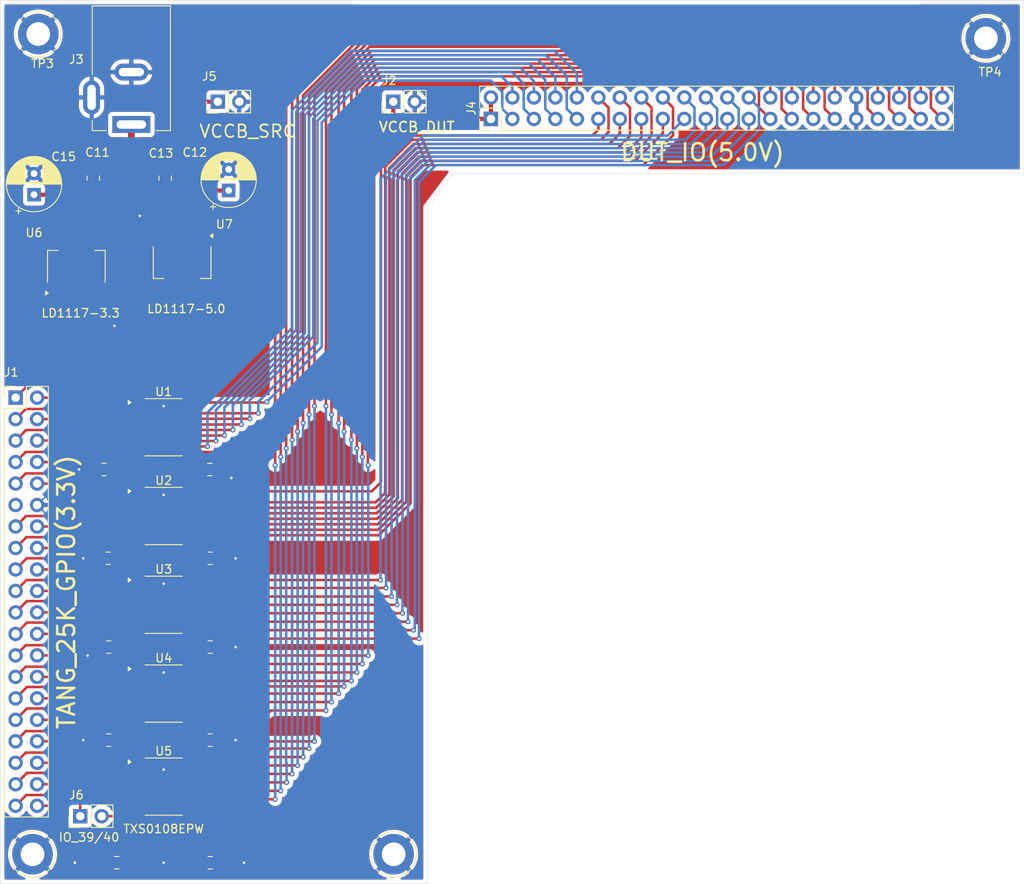
<source format=kicad_pcb>
(kicad_pcb (version 20240108) (generator "pcbnew") (generator_version "8.0")
  (layers (0 "F.Cu" signal) (31 "B.Cu" signal) (34 "B.Paste" user) (35 "F.Paste" user) (36 "B.SilkS" user "B.Silkscreen") (37 "F.SilkS" user "F.Silkscreen") (38 "B.Mask" user) (39 "F.Mask" user) (44 "Edge.Cuts" user))
  (net 0 "")
  (net 1 "/IO_15")
  (net 2 "/IO_31")
  (net 3 "/IO_17")
  (net 4 "/IO_36")
  (net 5 "/IO_30")
  (net 6 "/IO_2")
  (net 7 "/IO_18")
  (net 8 "/IO_35")
  (net 9 "/IO_3")
  (net 10 "/IO_13")
  (net 11 "/IO_32")
  (net 12 "/IO_20")
  (net 13 "/IO_1")
  (net 14 "/IO_25")
  (net 15 "/IO_27")
  (net 16 "/IO_14")
  (net 17 "/IO_24")
  (net 18 "/IO_11")
  (net 19 "/IO_19")
  (net 20 "/IO_29")
  (net 21 "/IO_8")
  (net 22 "/IO_9")
  (net 23 "/IO_23")
  (net 24 "/IO_28")
  (net 25 "/IO_21")
  (net 26 "/IO_7")
  (net 27 "/IO_22")
  (net 28 "/IO_6")
  (net 29 "GND")
  (net 30 "/IO_4")
  (net 31 "/IO_33")
  (net 32 "/IO_26")
  (net 33 "/IO_10")
  (net 34 "/IO_38")
  (net 35 "/IO_12")
  (net 37 "/IO_5")
  (net 38 "/IO_16")
  (net 39 "/IO_34")
  (net 40 "/IO_37")
  (net 41 "VCCA")
  (net 42 "VCCB")
  (net 43 "/DUT_33")
  (net 44 "/DUT_40")
  (net 45 "/DUT_22")
  (net 46 "/DUT_15")
  (net 47 "/DUT_10")
  (net 48 "/DUT_38")
  (net 49 "/DUT_39")
  (net 50 "/DUT_24")
  (net 51 "/DUT_34")
  (net 52 "/DUT_4")
  (net 53 "/DUT_9")
  (net 54 "/DUT_32")
  (net 55 "/DUT_8")
  (net 56 "/DUT_30")
  (net 57 "/DUT_19")
  (net 58 "/DUT_16")
  (net 59 "/DUT_21")
  (net 60 "/DUT_20")
  (net 61 "/DUT_2")
  (net 62 "/DUT_18")
  (net 63 "/DUT_17")
  (net 64 "/DUT_37")
  (net 65 "/DUT_3")
  (net 66 "/DUT_27")
  (net 67 "/DUT_26")
  (net 68 "/DUT_35")
  (net 69 "/DUT_25")
  (net 70 "/DUT_29")
  (net 71 "/DUT_11")
  (net 72 "/DUT_14")
  (net 73 "/DUT_23")
  (net 74 "/DUT_6")
  (net 75 "/DUT_31")
  (net 76 "/DUT_5")
  (net 77 "/DUT_12")
  (net 78 "/DUT_28")
  (net 79 "/DUT_7")
  (net 80 "/DUT_1")
  (net 81 "/DUT_36")
  (net 82 "/DUT_13")
  (net 83 "Net-(U7-VI)")
  (net 84 "Net-(J2-Pin_1)")
  (net 85 "Net-(J6-Pin_2)")
  (net 86 "Net-(J6-Pin_1)")
  (footprint "Connector_PinHeader_2.54mm:PinHeader_1x02_P2.54mm_Vertical" (layer "F.Cu") (at 99.725 91 90)
    (property "Reference" "J5")
    (property "Value" "VCCB_SRC")
  )
  (footprint "Package_TO_SOT_SMD:SOT-223-3_TabPin2" (layer "F.Cu") (at 95.5 110 -90)
    (property "Reference" "U7")
    (property "Value" "LD1117-5.0")
  )
  (footprint "TestPoint:TestPoint_Loop_D3.80mm_Drill2.8mm" (layer "F.Cu") (at 77.82 180)
    (property "Reference" "TP1" (hide yes))
    (property "Value" "TestPoint" (hide yes))
  )
  (footprint "Capacitor_SMD:C_0805_2012Metric" (layer "F.Cu") (at 85 100.05 90)
    (property "Reference" "C11")
    (property "Value" "100n" (hide yes))
  )
  (footprint "Package_SO:TSSOP-20_4.4x6.5mm_P0.65mm" (layer "F.Cu") (at 93.32 129.5)
    (property "Reference" "U1")
    (property "Value" "TXS0108EPW" (hide yes))
  )
  (footprint "Capacitor_SMD:C_0805_2012Metric" (layer "F.Cu") (at 86.82 155.5 180)
    (property "Reference" "C5" (hide yes))
    (property "Value" "0.1" (hide yes))
  )
  (footprint "Capacitor_SMD:C_0805_2012Metric" (layer "F.Cu") (at 87.77 181 180)
    (property "Reference" "C9" (hide yes))
    (property "Value" "0.1" (hide yes))
  )
  (footprint "Package_TO_SOT_SMD:SOT-223-3_TabPin2" (layer "F.Cu") (at 83 110.5 90)
    (property "Reference" "U6")
    (property "Value" "LD1117-3.3")
  )
  (footprint "Package_SO:TSSOP-20_4.4x6.5mm_P0.65mm" (layer "F.Cu") (at 93.32 172)
    (property "Reference" "U5")
    (property "Value" "TXS0108EPW")
  )
  (footprint "Capacitor_THT:CP_Radial_D6.3mm_P2.50mm" (layer "F.Cu") (at 101 101.5 90)
    (property "Reference" "C12")
    (property "Value" "10u")
  )
  (footprint "TestPoint:TestPoint_Loop_D3.80mm_Drill2.8mm" (layer "F.Cu") (at 190.5 83.5)
    (property "Reference" "TP4")
    (property "Value" "TestPoint" (hide yes))
  )
  (footprint "Connector_PinHeader_2.54mm:PinHeader_2x20_P2.54mm_Vertical" (layer "F.Cu") (at 75.82 126)
    (property "Reference" "J1")
    (property "Value" "TANG_25K_GPIO(3.3V)")
  )
  (footprint "Capacitor_SMD:C_0805_2012Metric" (layer "F.Cu") (at 98.82 166.5)
    (property "Reference" "C8" (hide yes))
    (property "Value" "0.1" (hide yes))
  )
  (footprint "TestPoint:TestPoint_Loop_D3.80mm_Drill2.8mm" (layer "F.Cu") (at 120.5 180)
    (property "Reference" "TP2" (hide yes))
    (property "Value" "TestPoint" (hide yes))
  )
  (footprint "Capacitor_SMD:C_0805_2012Metric" (layer "F.Cu") (at 86.77 145 180)
    (property "Reference" "C3" (hide yes))
    (property "Value" "0.1" (hide yes))
  )
  (footprint "Capacitor_SMD:C_0805_2012Metric" (layer "F.Cu") (at 93.5 100.05 90)
    (property "Reference" "C13")
    (property "Value" "100n" (hide yes))
  )
  (footprint "Capacitor_SMD:C_0805_2012Metric" (layer "F.Cu") (at 98.82 155.5)
    (property "Reference" "C6" (hide yes))
    (property "Value" "0.1" (hide yes))
  )
  (footprint "Capacitor_THT:CP_Radial_D6.3mm_P2.50mm" (layer "F.Cu") (at 78 102 90)
    (property "Reference" "C15")
    (property "Value" "10u")
  )
  (footprint "Capacitor_SMD:C_0805_2012Metric" (layer "F.Cu") (at 98.82 145)
    (property "Reference" "C4" (hide yes))
    (property "Value" "0.1" (hide yes))
  )
  (footprint "Capacitor_SMD:C_0805_2012Metric" (layer "F.Cu") (at 86.82 166.5 180)
    (property "Reference" "C7" (hide yes))
    (property "Value" "0.1" (hide yes))
  )
  (footprint "Connector_PinHeader_2.54mm:PinHeader_1x02_P2.54mm_Vertical" (layer "F.Cu") (at 120.46 91 90)
    (property "Reference" "J2")
    (property "Value" "VCCB_DUT")
  )
  (footprint "Connector_PinHeader_2.54mm:PinHeader_2x22_P2.54mm_Vertical" (layer "F.Cu") (at 132 93.04 90)
    (property "Reference" "J4")
    (property "Value" "DUT_IO(5.0V)")
  )
  (footprint "TestPoint:TestPoint_Loop_D3.80mm_Drill2.8mm" (layer "F.Cu") (at 78.5 83)
    (property "Reference" "TP3")
    (property "Value" "TestPoint" (hide yes))
  )
  (footprint "Package_SO:TSSOP-20_4.4x6.5mm_P0.65mm" (layer "F.Cu") (at 93.32 140)
    (property "Reference" "U2")
    (property "Value" "TXS0108EPW" (hide yes))
  )
  (footprint "Connector_BarrelJack:BarrelJack_Kycon_KLDX-0202-xC_Horizontal" (layer "F.Cu") (at 89.5 93.7 -90)
    (property "Reference" "J3")
    (property "Value" "Power(>8V)" (hide yes))
  )
  (footprint "Package_SO:TSSOP-20_4.4x6.5mm_P0.65mm" (layer "F.Cu") (at 93.32 150.5)
    (property "Reference" "U3")
    (property "Value" "TXS0108EPW" (hide yes))
  )
  (footprint "Capacitor_SMD:C_0805_2012Metric" (layer "F.Cu") (at 98.82 181)
    (property "Reference" "C10" (hide yes))
    (property "Value" "0.1" (hide yes))
  )
  (footprint "Connector_PinHeader_2.54mm:PinHeader_1x02_P2.54mm_Vertical" (layer "F.Cu") (at 83.46 175.5 90)
    (property "Reference" "J6")
    (property "Value" "IO_39/40")
  )
  (footprint "Capacitor_SMD:C_0805_2012Metric" (layer "F.Cu") (at 98.77 134.5)
    (property "Reference" "C2" (hide yes))
    (property "Value" "0.1" (hide yes))
  )
  (footprint "Package_SO:TSSOP-20_4.4x6.5mm_P0.65mm" (layer "F.Cu") (at 93.32 161)
    (property "Reference" "U4")
    (property "Value" "TXS0108EPW" (hide yes))
  )
  (footprint "Capacitor_SMD:C_0805_2012Metric" (layer "F.Cu") (at 86.27 134.5 180)
    (property "Reference" "C1" (hide yes))
    (property "Value" "0.1" (hide yes))
  )
  (gr_line (start 124.5 183.5) (end 124.5 103.5) (stroke (width 0.05)) (layer "Edge.Cuts"))
  (gr_line (start 195 99.5) (end 195 79) (stroke (width 0.05)) (layer "Edge.Cuts"))
  (gr_line (start 195 79) (end 74 79) (stroke (width 0.05)) (layer "Edge.Cuts"))
  (gr_line (start 127.5 99.5) (end 195 99.5) (stroke (width 0.05)) (layer "Edge.Cuts"))
  (gr_line (start 124.5 103.5) (end 127.5 99.5) (stroke (width 0.05)) (layer "Edge.Cuts"))
  (gr_line (start 74 79) (end 74 183.5) (stroke (width 0.05)) (layer "Edge.Cuts"))
  (gr_line (start 74 183.5) (end 124.5 183.5) (stroke (width 0.05)) (layer "Edge.Cuts"))
  (segment (start 84.445 141.625) (end 90.4575 141.625) (width 0.3) (layer "F.Cu") (net 1))
  (segment (start 77.14 145) (end 81.07 145) (width 0.3) (layer "F.Cu") (net 1))
  (segment (start 75.82 146.32) (end 77.14 145) (width 0.3) (layer "F.Cu") (net 1))
  (segment (start 81.07 145) (end 84.445 141.625) (width 0.3) (layer "F.Cu") (net 1))
  (segment (start 81.38 165.44) (end 77.02 165.44) (width 0.3) (layer "F.Cu") (net 2))
  (segment (start 90.4575 162.625) (end 84.195 162.625) (width 0.3) (layer "F.Cu") (net 2))
  (segment (start 77.02 165.44) (end 75.82 166.64) (width 0.3) (layer "F.Cu") (net 2))
  (segment (start 84.195 162.625) (end 81.38 165.44) (width 0.3) (layer "F.Cu") (net 2))
  (segment (start 75.82 148.86) (end 77.105 147.575) (width 0.3) (layer "F.Cu") (net 3))
  (segment (start 77.105 147.575) (end 90.4575 147.575) (width 0.3) (layer "F.Cu") (net 3))
  (segment (start 89.82 171.675) (end 89.775 171.72) (width 0.3) (layer "F.Cu") (net 4))
  (segment (start 90.4575 171.675) (end 89.82 171.675) (width 0.3) (layer "F.Cu") (net 4))
  (segment (start 89.775 171.72) (end 78.36 171.72) (width 0.3) (layer "F.Cu") (net 4))
  (segment (start 81.72 164.1) (end 83.845 161.975) (width 0.3) (layer "F.Cu") (net 5))
  (segment (start 78.36 164.1) (end 81.72 164.1) (width 0.3) (layer "F.Cu") (net 5))
  (segment (start 83.845 161.975) (end 90.4575 161.975) (width 0.3) (layer "F.Cu") (net 5))
  (segment (start 82.695 127.875) (end 90.4575 127.875) (width 0.3) (layer "F.Cu") (net 6))
  (segment (start 78.36 126) (end 80.82 126) (width 0.3) (layer "F.Cu") (net 6))
  (segment (start 80.82 126) (end 82.695 127.875) (width 0.3) (layer "F.Cu") (net 6))
  (segment (start 90.4425 148.86) (end 90.4575 148.875) (width 0.3) (layer "F.Cu") (net 7))
  (segment (start 78.36 148.86) (end 90.4425 148.86) (width 0.3) (layer "F.Cu") (net 7))
  (segment (start 81.845 171.025) (end 90.4575 171.025) (width 0.3) (layer "F.Cu") (net 8))
  (segment (start 77.16 170.38) (end 81.2 170.38) (width 0.3) (layer "F.Cu") (net 8))
  (segment (start 81.2 170.38) (end 81.845 171.025) (width 0.3) (layer "F.Cu") (net 8))
  (segment (start 75.82 171.72) (end 77.16 170.38) (width 0.3) (layer "F.Cu") (net 8))
  (segment (start 81.16 127.34) (end 82.345 128.525) (width 0.3) (layer "F.Cu") (net 9))
  (segment (start 77.02 127.34) (end 81.16 127.34) (width 0.3) (layer "F.Cu") (net 9))
  (segment (start 82.345 128.525) (end 90.4575 128.525) (width 0.3) (layer "F.Cu") (net 9))
  (segment (start 75.82 128.54) (end 77.02 127.34) (width 0.3) (layer "F.Cu") (net 9))
  (segment (start 83.495 140.325) (end 90.4575 140.325) (width 0.3) (layer "F.Cu") (net 10))
  (segment (start 77.1 142.5) (end 81.32 142.5) (width 0.3) (layer "F.Cu") (net 10))
  (segment (start 75.82 143.78) (end 77.1 142.5) (width 0.3) (layer "F.Cu") (net 10))
  (segment (start 81.32 142.5) (end 83.495 140.325) (width 0.3) (layer "F.Cu") (net 10))
  (segment (start 84.545 163.275) (end 90.4575 163.275) (width 0.3) (layer "F.Cu") (net 11))
  (segment (start 78.36 166.64) (end 81.18 166.64) (width 0.3) (layer "F.Cu") (net 11))
  (segment (start 81.18 166.64) (end 84.545 163.275) (width 0.3) (layer "F.Cu") (net 11))
  (segment (start 84.145 150.175) (end 82.92 151.4) (width 0.3) (layer "F.Cu") (net 12))
  (segment (start 78.36 151.4) (end 82.92 151.4) (width 0.3) (layer "F.Cu") (net 12))
  (segment (start 90.4575 150.175) (end 84.145 150.175) (width 0.3) (layer "F.Cu") (net 12))
  (segment (start 81.32 124.5) (end 83.395 126.575) (width 0.3) (layer "F.Cu") (net 13))
  (segment (start 77.32 124.5) (end 81.32 124.5) (width 0.3) (layer "F.Cu") (net 13))
  (segment (start 83.395 126.575) (end 90.4575 126.575) (width 0.3) (layer "F.Cu") (net 13))
  (segment (start 75.82 126) (end 77.32 124.5) (width 0.3) (layer "F.Cu") (net 13))
  (segment (start 75.82 159.02) (end 77.02 157.82) (width 0.3) (layer "F.Cu") (net 14))
  (segment (start 77.02 157.82) (end 82.14 157.82) (width 0.3) (layer "F.Cu") (net 14))
  (segment (start 82.14 157.82) (end 82.395 158.075) (width 0.3) (layer "F.Cu") (net 14))
  (segment (start 82.395 158.075) (end 90.4575 158.075) (width 0.3) (layer "F.Cu") (net 14))
  (segment (start 77.16 160.22) (end 82.1 160.22) (width 0.3) (layer "F.Cu") (net 15))
  (segment (start 75.82 161.56) (end 77.16 160.22) (width 0.3) (layer "F.Cu") (net 15))
  (segment (start 82.295 160.025) (end 90.4575 160.025) (width 0.3) (layer "F.Cu") (net 15))
  (segment (start 82.1 160.22) (end 82.295 160.025) (width 0.3) (layer "F.Cu") (net 15))
  (segment (start 83.845 140.975) (end 90.4575 140.975) (width 0.3) (layer "F.Cu") (net 16))
  (segment (start 78.36 143.78) (end 81.04 143.78) (width 0.3) (layer "F.Cu") (net 16))
  (segment (start 81.04 143.78) (end 83.845 140.975) (width 0.3) (layer "F.Cu") (net 16))
  (segment (start 85.545 152.775) (end 90.4575 152.775) (width 0.3) (layer "F.Cu") (net 17))
  (segment (start 81.84 156.48) (end 85.545 152.775) (width 0.3) (layer "F.Cu") (net 17))
  (segment (start 78.36 156.48) (end 81.84 156.48) (width 0.3) (layer "F.Cu") (net 17))
  (segment (start 77.06 140) (end 81.32 140) (width 0.3) (layer "F.Cu") (net 18))
  (segment (start 75.82 141.24) (end 77.06 140) (width 0.3) (layer "F.Cu") (net 18))
  (segment (start 81.32 140) (end 82.295 139.025) (width 0.3) (layer "F.Cu") (net 18))
  (segment (start 82.295 139.025) (end 90.4575 139.025) (width 0.3) (layer "F.Cu") (net 18))
  (segment (start 83.26 150.06) (end 77.16 150.06) (width 0.3) (layer "F.Cu") (net 19))
  (segment (start 83.795 149.525) (end 83.26 150.06) (width 0.3) (layer "F.Cu") (net 19))
  (segment (start 90.4575 149.525) (end 83.795 149.525) (width 0.3) (layer "F.Cu") (net 19))
  (segment (start 77.16 150.06) (end 75.82 151.4) (width 0.3) (layer "F.Cu") (net 19))
  (segment (start 75.82 164.1) (end 77.16 162.76) (width 0.3) (layer "F.Cu") (net 20))
  (segment (start 77.16 162.76) (end 82.06 162.76) (width 0.3) (layer "F.Cu") (net 20))
  (segment (start 83.495 161.325) (end 90.4575 161.325) (width 0.3) (layer "F.Cu") (net 20))
  (segment (start 82.06 162.76) (end 83.495 161.325) (width 0.3) (layer "F.Cu") (net 20))
  (segment (start 81.45 133.62) (end 83.295 131.775) (width 0.3) (layer "F.Cu") (net 21))
  (segment (start 83.295 131.775) (end 90.4575 131.775) (width 0.3) (layer "F.Cu") (net 21))
  (segment (start 78.36 133.62) (end 81.45 133.62) (width 0.3) (layer "F.Cu") (net 21))
  (segment (start 82.895 137.075) (end 90.4575 137.075) (width 0.3) (layer "F.Cu") (net 22))
  (segment (start 80.78 134.96) (end 82.895 137.075) (width 0.3) (layer "F.Cu") (net 22))
  (segment (start 75.82 136.16) (end 77.02 134.96) (width 0.3) (layer "F.Cu") (net 22))
  (segment (start 77.02 134.96) (end 80.78 134.96) (width 0.3) (layer "F.Cu") (net 22))
  (segment (start 77.02 155.28) (end 82.04 155.28) (width 0.3) (layer "F.Cu") (net 23))
  (segment (start 82.04 155.28) (end 85.195 152.125) (width 0.3) (layer "F.Cu") (net 23))
  (segment (start 75.82 156.48) (end 77.02 155.28) (width 0.3) (layer "F.Cu") (net 23))
  (segment (start 85.195 152.125) (end 90.4575 152.125) (width 0.3) (layer "F.Cu") (net 23))
  (segment (start 83.145 160.675) (end 90.4575 160.675) (width 0.3) (layer "F.Cu") (net 24))
  (segment (start 82.26 161.56) (end 83.145 160.675) (width 0.3) (layer "F.Cu") (net 24))
  (segment (start 78.36 161.56) (end 82.26 161.56) (width 0.3) (layer "F.Cu") (net 24))
  (segment (start 90.4575 150.825) (end 84.495 150.825) (width 0.3) (layer "F.Cu") (net 25))
  (segment (start 84.495 150.825) (end 82.72 152.6) (width 0.3) (layer "F.Cu") (net 25))
  (segment (start 82.72 152.6) (end 77.16 152.6) (width 0.3) (layer "F.Cu") (net 25))
  (segment (start 77.16 152.6) (end 75.82 153.94) (width 0.3) (layer "F.Cu") (net 25))
  (segment (start 82.445 131.125) (end 90.4575 131.125) (width 0.3) (layer "F.Cu") (net 26))
  (segment (start 77.02 132.42) (end 81.15 132.42) (width 0.3) (layer "F.Cu") (net 26))
  (segment (start 81.15 132.42) (end 82.445 131.125) (width 0.3) (layer "F.Cu") (net 26))
  (segment (start 75.82 133.62) (end 77.02 132.42) (width 0.3) (layer "F.Cu") (net 26))
  (segment (start 78.36 153.94) (end 82.38 153.94) (width 0.3) (layer "F.Cu") (net 27))
  (segment (start 84.845 151.475) (end 90.4575 151.475) (width 0.3) (layer "F.Cu") (net 27))
  (segment (start 82.38 153.94) (end 84.845 151.475) (width 0.3) (layer "F.Cu") (net 27))
  (segment (start 81.845 130.475) (end 90.4575 130.475) (width 0.3) (layer "F.Cu") (net 28))
  (segment (start 81.24 131.08) (end 81.845 130.475) (width 0.3) (layer "F.Cu") (net 28))
  (segment (start 78.36 131.08) (end 81.24 131.08) (width 0.3) (layer "F.Cu") (net 28))
  (segment (start 100.745 163.925) (end 101.82 165) (width 0.3) (layer "F.Cu") (net 29))
  (segment (start 101.82 144) (end 101.82 145) (width 0.3) (layer "F.Cu") (net 29))
  (segment (start 96.1825 142.925) (end 100.745 142.925) (width 0.3) (layer "F.Cu") (net 29))
  (segment (start 96.1825 174.925) (end 98.245 174.925) (width 0.3) (layer "F.Cu") (net 29))
  (segment (start 99.77 153.95) (end 99.245 153.425) (width 0.3) (layer "F.Cu") (net 29))
  (segment (start 99.72 132.9) (end 99.245 132.425) (width 0.3) (layer "F.Cu") (net 29))
  (segment (start 100.745 142.925) (end 101.82 144) (width 0.3) (layer "F.Cu") (net 29))
  (segment (start 99.77 155.5) (end 99.77 153.95) (width 0.3) (layer "F.Cu") (net 29))
  (segment (start 99.77 176.45) (end 99.77 181) (width 0.3) (layer "F.Cu") (net 29))
  (segment (start 99.72 134.5) (end 99.72 132.9) (width 0.3) (layer "F.Cu") (net 29))
  (segment (start 101.82 165) (end 101.82 166.5) (width 0.3) (layer "F.Cu") (net 29))
  (segment (start 98.245 174.925) (end 99.77 176.45) (width 0.3) (layer "F.Cu") (net 29))
  (segment (start 96.1825 163.925) (end 100.745 163.925) (width 0.3) (layer "F.Cu") (net 29))
  (segment (start 96.1825 153.425) (end 99.245 153.425) (width 0.3) (layer "F.Cu") (net 29))
  (segment (start 96.1825 132.425) (end 99.245 132.425) (width 0.3) (layer "F.Cu") (net 29))
  (via (at 93.32 137.5) (size 0.5) (drill 0.3) (layers "F.Cu" "B.Cu") (net 29))
  (via (at 82.82 181) (size 0.5) (drill 0.3) (layers "F.Cu" "B.Cu") (net 29))
  (via (at 93.32 158.5) (size 0.5) (drill 0.3) (layers "F.Cu" "B.Cu") (net 29))
  (via (at 84.32 156.5) (size 0.5) (drill 0.3) (layers "F.Cu" "B.Cu") (net 29))
  (via (at 102.82 181) (size 0.5) (drill 0.3) (layers "F.Cu" "B.Cu") (net 29))
  (via (at 93.32 170) (size 0.5) (drill 0.3) (layers "F.Cu" "B.Cu") (net 29))
  (via (at 87.5 117.5) (size 0.5) (drill 0.3) (layers "F.Cu" "B.Cu") (net 29))
  (via (at 93.32 148) (size 0.5) (drill 0.3) (layers "F.Cu" "B.Cu") (net 29))
  (via (at 101.82 155.5) (size 0.5) (drill 0.3) (layers "F.Cu" "B.Cu") (net 29))
  (via (at 101.32 135.5) (size 0.5) (drill 0.3) (layers "F.Cu" "B.Cu") (net 29))
  (via (at 93.32 181) (size 0.5) (drill 0.3) (layers "F.Cu" "B.Cu") (net 29))
  (via (at 83.82 166.5) (size 0.5) (drill 0.3) (layers "F.Cu" "B.Cu") (net 29))
  (via (at 93.32 127) (size 0.5) (drill 0.3) (layers "F.Cu" "B.Cu") (net 29))
  (via (at 83.82 145) (size 0.5) (drill 0.3) (layers "F.Cu" "B.Cu") (net 29))
  (via (at 101.82 166.5) (size 0.5) (drill 0.3) (layers "F.Cu" "B.Cu") (net 29))
  (via (at 83.32 134.5) (size 0.5) (drill 0.3) (layers "F.Cu" "B.Cu") (net 29))
  (via (at 101.82 145) (size 0.5) (drill 0.3) (layers "F.Cu" "B.Cu") (net 29))
  (via (at 90.5 104.5) (size 0.5) (drill 0.3) (layers "F.Cu" "B.Cu") (net 29))
  (segment (start 80.06 137) (end 82.32 137) (width 0.2) (layer "B.Cu") (net 29))
  (segment (start 83.32 136) (end 83.32 134.5) (width 0.2) (layer "B.Cu") (net 29))
  (segment (start 78.36 138.7) (end 80.06 137) (width 0.2) (layer "B.Cu") (net 29))
  (segment (start 82.32 137) (end 83.32 136) (width 0.2) (layer "B.Cu") (net 29))
  (segment (start 80.16 140.5) (end 82.82 140.5) (width 0.2) (layer "B.Cu") (net 29))
  (segment (start 78.36 138.7) (end 80.16 140.5) (width 0.2) (layer "B.Cu") (net 29))
  (segment (start 78.36 128.54) (end 81.36 128.54) (width 0.3) (layer "F.Cu") (net 30))
  (segment (start 81.995 129.175) (end 90.4575 129.175) (width 0.3) (layer "F.Cu") (net 30))
  (segment (start 81.36 128.54) (end 81.995 129.175) (width 0.3) (layer "F.Cu") (net 30))
  (segment (start 81.3 167.98) (end 77.02 167.98) (width 0.3) (layer "F.Cu") (net 31))
  (segment (start 90.4575 169.075) (end 82.395 169.075) (width 0.3) (layer "F.Cu") (net 31))
  (segment (start 82.395 169.075) (end 81.3 167.98) (width 0.3) (layer "F.Cu") (net 31))
  (segment (start 77.02 167.98) (end 75.82 169.18) (width 0.3) (layer "F.Cu") (net 31))
  (segment (start 78.36 159.02) (end 81.84 159.02) (width 0.3) (layer "F.Cu") (net 32))
  (segment (start 90.4575 159.375) (end 82.195 159.375) (width 0.3) (layer "F.Cu") (net 32))
  (segment (start 82.195 159.375) (end 81.84 159.02) (width 0.3) (layer "F.Cu") (net 32))
  (segment (start 78.36 136.16) (end 80.98 136.16) (width 0.3) (layer "F.Cu") (net 33))
  (segment (start 80.98 136.16) (end 83.195 138.375) (width 0.3) (layer "F.Cu") (net 33))
  (segment (start 83.195 138.375) (end 90.4575 138.375) (width 0.3) (layer "F.Cu") (net 33))
  (segment (start 82.345 172.975) (end 90.4575 172.975) (width 0.3) (layer "F.Cu") (net 34))
  (segment (start 78.36 174.26) (end 81.06 174.26) (width 0.3) (layer "F.Cu") (net 34))
  (segment (start 81.06 174.26) (end 82.345 172.975) (width 0.3) (layer "F.Cu") (net 34))
  (segment (start 78.36 141.24) (end 81.205 141.24) (width 0.3) (layer "F.Cu") (net 35))
  (segment (start 82.77 139.675) (end 90.4575 139.675) (width 0.3) (layer "F.Cu") (net 35))
  (segment (start 81.205 141.24) (end 82.77 139.675) (width 0.3) (layer "F.Cu") (net 35))
  (segment (start 75.82 131.08) (end 77.075 129.825) (width 0.3) (layer "F.Cu") (net 37))
  (segment (start 77.075 129.825) (end 90.4575 129.825) (width 0.3) (layer "F.Cu") (net 37))
  (segment (start 78.36 146.32) (end 81 146.32) (width 0.3) (layer "F.Cu") (net 38))
  (segment (start 85.045 142.275) (end 90.4575 142.275) (width 0.3) (layer "F.Cu") (net 38))
  (segment (start 81 146.32) (end 85.045 142.275) (width 0.3) (layer "F.Cu") (net 38))
  (segment (start 78.36 169.18) (end 81.25 169.18) (width 0.3) (layer "F.Cu") (net 39))
  (segment (start 81.25 169.18) (end 82.445 170.375) (width 0.3) (layer "F.Cu") (net 39))
  (segment (start 82.445 170.375) (end 90.4575 170.375) (width 0.3) (layer "F.Cu") (net 39))
  (segment (start 75.82 174.26) (end 77.08 173) (width 0.3) (layer "F.Cu") (net 40))
  (segment (start 81.32 173) (end 81.995 172.325) (width 0.3) (layer "F.Cu") (net 40))
  (segment (start 81.995 172.325) (end 90.4575 172.325) (width 0.3) (layer "F.Cu") (net 40))
  (segment (start 77.08 173) (end 81.32 173) (width 0.3) (layer "F.Cu") (net 40))
  (segment (start 90.4575 142.925) (end 88.395 142.925) (width 0.3) (layer "F.Cu") (net 41))
  (segment (start 90.4575 127.225) (end 91.595 127.225) (width 0.3) (layer "F.Cu") (net 41))
  (segment (start 92.32 138.5) (end 91.545 137.725) (width 0.3) (layer "F.Cu") (net 41))
  (segment (start 88.395 153.425) (end 87.77 154.05) (width 0.3) (layer "F.Cu") (net 41))
  (segment (start 92.32 147.5) (end 91.595 148.225) (width 0.3) (layer "F.Cu") (net 41))
  (segment (start 87.22 133.1) (end 87.22 134.5) (width 0.3) (layer "F.Cu") (net 41))
  (segment (start 92.32 169.25) (end 92.32 164.5) (width 0.3) (layer "F.Cu") (net 41))
  (segment (start 86 120) (end 90.5 120) (width 0.5) (layer "F.Cu") (net 41))
  (segment (start 91.745 163.925) (end 90.4575 163.925) (width 0.3) (layer "F.Cu") (net 41))
  (segment (start 92.32 149) (end 91.545 148.225) (width 0.3) (layer "F.Cu") (net 41))
  (segment (start 92.32 179.5) (end 92.32 175.5) (width 0.3) (layer "F.Cu") (net 41))
  (segment (start 92.32 137) (end 92.32 133) (width 0.3) (layer "F.Cu") (net 41))
  (segment (start 88.395 163.925) (end 87.77 164.55) (width 0.3) (layer "F.Cu") (net 41))
  (segment (start 88.395 142.925) (end 87.72 143.6) (width 0.3) (layer "F.Cu") (net 41))
  (segment (start 92.32 132) (end 92.32 128) (width 0.3) (layer "F.Cu") (net 41))
  (segment (start 92.32 143.5) (end 92.32 147.5) (width 0.3) (layer "F.Cu") (net 41))
  (segment (start 90.4575 169.725) (end 91.845 169.725) (width 0.3) (layer "F.Cu") (net 41))
  (segment (start 92.32 170.2) (end 91.845 169.725) (width 0.3) (layer "F.Cu") (net 41))
  (segment (start 87.895 132.425) (end 87.22 133.1) (width 0.3) (layer "F.Cu") (net 41))
  (segment (start 90.4575 163.925) (end 88.395 163.925) (width 0.3) (layer "F.Cu") (net 41))
  (segment (start 92.32 126.5) (end 92.32 126) (width 0.3) (layer "F.Cu") (net 41))
  (segment (start 92.32 175.5) (end 91.745 174.925) (width 0.3) (layer "F.Cu") (net 41))
  (segment (start 90.4575 148.225) (end 91.545 148.225) (width 0.3) (layer "F.Cu") (net 41))
  (segment (start 91.545 127.225) (end 92.32 128) (width 0.3) (layer "F.Cu") (net 41))
  (segment (start 91.545 137.725) (end 90.4575 137.725) (width 0.3) (layer "F.Cu") (net 41))
  (segment (start 90.4575 127.225) (end 91.545 127.225) (width 0.3) (layer "F.Cu") (net 41))
  (segment (start 87.72 143.6) (end 87.72 145) (width 0.3) (layer "F.Cu") (net 41))
  (segment (start 92.32 121.82) (end 92.32 126) (width 0.5) (layer "F.Cu") (net 41))
  (segment (start 92.32 159.45) (end 92.32 163.5) (width 0.3) (layer "F.Cu") (net 41))
  (segment (start 87.77 154.05) (end 87.77 155.5) (width 0.3) (layer "F.Cu") (net 41))
  (segment (start 91.745 153.425) (end 92.32 152.85) (width 0.3) (layer "F.Cu") (net 41))
  (segment (start 92.32 152.85) (end 92.32 149) (width 0.3) (layer "F.Cu") (net 41))
  (segment (start 90.4575 132.425) (end 91.745 132.425) (width 0.3) (layer "F.Cu") (net 41))
  (segment (start 80.5 102) (end 83 104.5) (width 0.5) (layer "F.Cu") (net 41))
  (segment (start 91.745 174.925) (end 90.4575 174.925) (width 0.3) (layer "F.Cu") (net 41))
  (segment (start 91.595 148.225) (end 90.4575 148.225) (width 0.3) (layer "F.Cu") (net 41))
  (segment (start 90.4575 158.725) (end 91.595 158.725) (width 0.3) (layer "F.Cu") (net 41))
  (segment (start 83 104.5) (end 83 113.65) (width 0.5) (layer "F.Cu") (net 41))
  (segment (start 90.4575 132.425) (end 87.895 132.425) (width 0.3) (layer "F.Cu") (net 41))
  (segment (start 91.745 153.425) (end 90.4575 153.425) (width 0.3) (layer "F.Cu") (net 41))
  (segment (start 91.895 142.925) (end 92.32 142.5) (width 0.3) (layer "F.Cu") (net 41))
  (segment (start 83 117) (end 86 120) (width 0.5) (layer "F.Cu") (net 41))
  (segment (start 90.4575 132.425) (end 91.895 132.425) (width 0.3) (layer "F.Cu") (net 41))
  (segment (start 91.895 132.425) (end 92.32 132) (width 0.3) (layer "F.Cu") (net 41))
  (segment (start 92.32 163.5) (end 91.895 163.925) (width 0.3) (layer "F.Cu") (net 41))
  (segment (start 87.77 164.55) (end 87.77 166.5) (width 0.3) (layer "F.Cu") (net 41))
  (segment (start 92.32 154) (end 91.745 153.425) (width 0.3) (layer "F.Cu") (net 41))
  (segment (start 83 113.65) (end 83 117) (width 0.5) (layer "F.Cu") (net 41))
  (segment (start 91.745 132.425) (end 92.32 133) (width 0.3) (layer "F.Cu") (net 41))
  (segment (start 90.5 120) (end 92.32 121.82) (width 0.5) (layer "F.Cu") (net 41))
  (segment (start 92.32 142.5) (end 92.32 138.5) (width 0.3) (layer "F.Cu") (net 41))
  (segment (start 90.4575 142.925) (end 91.745 142.925) (width 0.3) (layer "F.Cu") (net 41))
  (segment (start 91.845 169.725) (end 92.32 169.25) (width 0.3) (layer "F.Cu") (net 41))
  (segment (start 92.32 174.35) (end 92.32 170.2) (width 0.3) (layer "F.Cu") (net 41))
  (segment (start 91.595 127.225) (end 92.32 126.5) (width 0.3) (layer "F.Cu") (net 41))
  (segment (start 91.745 174.925) (end 92.32 174.35) (width 0.3) (layer "F.Cu") (net 41))
  (segment (start 92.32 158) (end 91.595 158.725) (width 0.3) (layer "F.Cu") (net 41))
  (segment (start 91.595 137.725) (end 92.32 137) (width 0.3) (layer "F.Cu") (net 41))
  (segment (start 91.745 142.925) (end 92.32 143.5) (width 0.3) (layer "F.Cu") (net 41))
  (segment (start 92.32 154) (end 92.32 158) (width 0.3) (layer "F.Cu") (net 41))
  (segment (start 90.4575 137.725) (end 91.595 137.725) (width 0.3) (layer "F.Cu") (net 41))
  (segment (start 91.595 158.725) (end 92.32 159.45) (width 0.3) (layer "F.Cu") (net 41))
  (segment (start 78 102) (end 80.5 102) (width 0.5) (layer "F.Cu") (net 41))
  (segment (start 88.72 181) (end 90.82 181) (width 0.3) (layer "F.Cu") (net 41))
  (segment (start 90.4575 142.925) (end 91.895 142.925) (width 0.3) (layer "F.Cu") (net 41))
  (segment (start 90.82 181) (end 92.32 179.5) (width 0.3) (layer "F.Cu") (net 41))
  (segment (start 91.895 163.925) (end 90.4575 163.925) (width 0.3) (layer "F.Cu") (net 41))
  (segment (start 92.32 164.5) (end 91.745 163.925) (width 0.3) (layer "F.Cu") (net 41))
  (segment (start 90.4575 153.425) (end 88.395 153.425) (width 0.3) (layer "F.Cu") (net 41))
  (segment (start 94.32 167) (end 94.82 166.5) (width 0.3) (layer "F.Cu") (net 42))
  (segment (start 94.87 148.225) (end 94.32 148.775) (width 0.3) (layer "F.Cu") (net 42))
  (segment (start 94.32 136.599999) (end 94.32 136.95) (width 0.3) (layer "F.Cu") (net 42))
  (segment (start 95.045 169.725) (end 94.32 169) (width 0.3) (layer "F.Cu") (net 42))
  (segment (start 94.32 128) (end 95.095 127.225) (width 0.3) (layer "F.Cu") (net 42))
  (segment (start 94.82 145) (end 95.32 145) (width 0.3) (layer "F.Cu") (net 42))
  (segment (start 95.095 127.225) (end 96.1825 127.225) (width 0.3) (layer "F.Cu") (net 42))
  (segment (start 94.32 179.5) (end 94.32 170.5) (width 0.3) (layer "F.Cu") (net 42))
  (segment (start 95.5 104) (end 95.5 113.15) (width 0.5) (layer "F.Cu") (net 42))
  (segment (start 101 101.5) (end 98 101.5) (width 0.5) (layer "F.Cu") (net 42))
  (segment (start 97.5 91) (end 96 92.5) (width 0.5) (layer "F.Cu") (net 42))
  (segment (start 96.1825 169.725) (end 95.045 169.725) (width 0.3) (layer "F.Cu") (net 42))
  (segment (start 94.32 124.5) (end 94.32 126.5) (width 0.3) (layer "F.Cu") (net 42))
  (segment (start 95.095 158.725) (end 96.1825 158.725) (width 0.3) (layer "F.Cu") (net 42))
  (segment (start 94.5 118.5) (end 94.32 118.68) (width 0.5) (layer "F.Cu") (net 42))
  (segment (start 95.045 127.225) (end 94.32 126.5) (width 0.3) (layer "F.Cu") (net 42))
  (segment (start 94.32 157.95) (end 94.32 156) (width 0.3) (layer "F.Cu") (net 42))
  (segment (start 94.82 166.5) (end 97.87 166.5) (width 0.3) (layer "F.Cu") (net 42))
  (segment (start 95.5 113.15) (end 95.5 117.5) (width 0.5) (layer "F.Cu") (net 42))
  (segment (start 85.3 113.65) (end 86.85 113.65) (width 0.5) (layer "F.Cu") (net 42))
  (segment (start 94.82 155.5) (end 94.32 156) (width 0.3) (layer "F.Cu") (net 42))
  (segment (start 93 117.5) (end 94.32 118.82) (width 0.5) (layer "F.Cu") (net 42))
  (segment (start 88 112.5) (end 86.85 113.65) (width 0.5) (layer "F.Cu") (net 42))
  (segment (start 99.725 91) (end 97.5 91) (width 0.5) (layer "F.Cu") (net 42))
  (segment (start 94.32 145.5) (end 94.82 145) (width 0.3) (layer "F.Cu") (net 42))
  (segment (start 96.1825 127.225) (end 95.045 127.225) (width 0.3) (layer "F.Cu") (net 42))
  (segment (start 95.095 137.725) (end 94.32 138.5) (width 0.3) (layer "F.Cu") (net 42))
  (segment (start 94.32 147.675) (end 94.32 146) (width 0.3) (layer "F.Cu") (net 42))
  (segment (start 94.32 136.95) (end 95.095 137.725) (width 0.3) (layer "F.Cu") (net 42))
  (segment (start 95.095 169.725) (end 96.1825 169.725) (width 0.3) (layer "F.Cu") (net 42))
  (segment (start 97.87 181) (end 95.82 181) (width 0.3) (layer "F.Cu") (net 42))
  (segment (start 86.85 113.65) (end 90.7 117.5) (width 0.5) (layer "F.Cu") (net 42))
  (segment (start 94.32 159.5) (end 95.095 158.725) (width 0.3) (layer "F.Cu") (net 42))
  (segment (start 95.045 127.225) (end 95.095 127.225) (width 0.3) (layer "F.Cu") (net 42))
  (segment (start 95.095 158.725) (end 94.32 157.95) (width 0.3) (layer "F.Cu") (net 42))
  (segment (start 94.32 148.775) (end 94.32 155) (width 0.3) (layer "F.Cu") (net 42))
  (segment (start 95.32 145) (end 97.87 145) (width 0.3) (layer "F.Cu") (net 42))
  (segment (start 94.32 118.68) (end 94.32 126.5) (width 0.5) (layer "F.Cu") (net 42))
  (segment (start 96 92.5) (end 96 99.5) (width 0.5) (layer "F.Cu") (net 42))
  (segment (start 94.32 123) (end 94.32 124.5) (width 0.3) (layer "F.Cu") (net 42))
  (segment (start 98 101.5) (end 95.5 104) (width 0.5) (layer "F.Cu") (net 42))
  (segment (start 97.82 134.5) (end 94.32 134.5) (width 0.2) (layer "F.Cu") (net 42))
  (segment (start 94.32 134.5) (end 94.32 128) (width 0.3) (layer "F.Cu") (net 42))
  (segment (start 95.5 117.5) (end 94.5 118.5) (width 0.5) (layer "F.Cu") (net 42))
  (segment (start 94.32 166) (end 94.32 159.5) (width 0.3) (layer "F.Cu") (net 42))
  (segment (start 96.1825 137.725) (end 95.445001 137.725) (width 0.3) (layer "F.Cu") (net 42))
  (segment (start 94.32 136.599999) (end 94.32 134.5) (width 0.3) (layer "F.Cu") (net 42))
  (segment (start 94.32 146) (end 94.32 145.5) (width 0.3) (layer "F.Cu") (net 42))
  (segment (start 94.32 169) (end 94.32 167) (width 0.3) (layer "F.Cu") (net 42))
  (segment (start 94.32 170.5) (end 95.095 169.725) (width 0.3) (layer "F.Cu") (net 42))
  (segment (start 96.1825 137.725) (end 95.095 137.725) (width 0.3) (layer "F.Cu") (net 42))
  (segment (start 94.82 166.5) (end 94.32 166) (width 0.3) (layer "F.Cu") (net 42))
  (segment (start 90.7 117.5) (end 93 117.5) (width 0.5) (layer "F.Cu") (net 42))
  (segment (start 94.32 155) (end 94.82 155.5) (width 0.3) (layer "F.Cu") (net 42))
  (segment (start 95.82 181) (end 94.32 179.5) (width 0.3) (layer "F.Cu") (net 42))
  (segment (start 94.32 138.5) (end 94.32 144.5) (width 0.3) (layer "F.Cu") (net 42))
  (segment (start 96.1825 148.225) (end 94.87 148.225) (width 0.3) (layer "F.Cu") (net 42))
  (segment (start 96 99.5) (end 98 101.5) (width 0.5) (layer "F.Cu") (net 42))
  (segment (start 85 101) (end 88 104) (width 0.5) (layer "F.Cu") (net 42))
  (segment (start 88 104) (end 88 112.5) (width 0.5) (layer "F.Cu") (net 42))
  (segment (start 94.87 148.225) (end 94.32 147.675) (width 0.3) (layer "F.Cu") (net 42))
  (segment (start 95.5 113.15) (end 95.5 106.85) (width 0.5) (layer "F.Cu") (net 42))
  (segment (start 97.87 155.5) (end 94.82 155.5) (width 0.3) (layer "F.Cu") (net 42))
  (segment (start 94.32 144.5) (end 94.82 145) (width 0.3) (layer "F.Cu") (net 42))
  (segment (start 111.15 90.299742) (end 117.949742 83.5) (width 0.3) (layer "F.Cu") (net 43))
  (segment (start 176.52 91.84) (end 177.72 93.04) (width 0.3) (layer "F.Cu") (net 43))
  (segment (start 111.15 127) (end 111.15 90.299742) (width 0.3) (layer "F.Cu") (net 43))
  (segment (start 117.949742 83.5) (end 175 83.5) (width 0.3) (layer "F.Cu") (net 43))
  (segment (start 96.1825 169.075) (end 103.425 169.075) (width 0.3) (layer "F.Cu") (net 43))
  (segment (start 105.85 166.65) (end 111.15 166.65) (width 0.3) (layer "F.Cu") (net 43))
  (segment (start 103.425 169.075) (end 105.85 166.65) (width 0.3) (layer "F.Cu") (net 43))
  (segment (start 175 83.5) (end 176.52 85.02) (width 0.3) (layer "F.Cu") (net 43))
  (segment (start 176.52 85.02) (end 176.52 91.84) (width 0.3) (layer "F.Cu") (net 43))
  (via (at 111.15 127) (size 0.6) (drill 0.3) (layers "F.Cu" "B.Cu") (net 43))
  (via (at 111.15 166.65) (size 0.6) (drill 0.3) (layers "F.Cu" "B.Cu") (net 43))
  (segment (start 111.15 166.65) (end 111.15 127) (width 0.3) (layer "B.Cu") (net 43))
  (segment (start 185.34 83.34) (end 185.34 90.5) (width 0.3) (layer "F.Cu") (net 44))
  (segment (start 106.5 90) (end 116.5 80) (width 0.3) (layer "F.Cu") (net 44))
  (segment (start 116.5 80) (end 182 80) (width 0.3) (layer "F.Cu") (net 44))
  (segment (start 103.467637 174.275) (end 96.1825 174.275) (width 0.3) (layer "F.Cu") (net 44))
  (segment (start 106.5 134) (end 106.5 90) (width 0.3) (layer "F.Cu") (net 44))
  (segment (start 106.5 173.5) (end 104.242637 173.5) (width 0.3) (layer "F.Cu") (net 44))
  (segment (start 104.242637 173.5) (end 103.467637 174.275) (width 0.3) (layer "F.Cu") (net 44))
  (segment (start 182 80) (end 185.34 83.34) (width 0.3) (layer "F.Cu") (net 44))
  (via (at 106.5 134) (size 0.6) (drill 0.3) (layers "F.Cu" "B.Cu") (net 44))
  (via (at 106.5 173.5) (size 0.6) (drill 0.3) (layers "F.Cu" "B.Cu") (net 44))
  (segment (start 106.5 173.5) (end 106.5 134) (width 0.3) (layer "B.Cu") (net 44))
  (segment (start 102.5 152.5) (end 101.475 151.475) (width 0.3) (layer "F.Cu") (net 45))
  (segment (start 122.2 152.5) (end 102.5 152.5) (width 0.3) (layer "F.Cu") (net 45))
  (segment (start 101.475 151.475) (end 96.1825 151.475) (width 0.3) (layer "F.Cu") (net 45))
  (via (at 122.2 152.5) (size 0.6) (drill 0.3) (layers "F.Cu" "B.Cu") (net 45))
  (segment (start 161.28 94.22) (end 161.28 91.84) (width 0.3) (layer "B.Cu") (net 45))
  (segment (start 161.28 91.84) (end 159.94 90.5) (width 0.3) (layer "B.Cu") (net 45))
  (segment (start 125.085787 97.5) (end 158 97.5) (width 0.3) (layer "B.Cu") (net 45))
  (segment (start 158 97.5) (end 161.28 94.22) (width 0.3) (layer "B.Cu") (net 45))
  (segment (start 122.2 100.385787) (end 125.085787 97.5) (width 0.3) (layer "B.Cu") (net 45))
  (segment (start 122.2 152.5) (end 122.2 100.385787) (width 0.3) (layer "B.Cu") (net 45))
  (segment (start 122 138.292894) (end 118.667894 141.625) (width 0.3) (layer "F.Cu") (net 46))
  (segment (start 118.667894 141.625) (end 96.1825 141.625) (width 0.3) (layer "F.Cu") (net 46))
  (segment (start 149.031041 98) (end 123.707106 98) (width 0.3) (layer "F.Cu") (net 46))
  (segment (start 123.707106 98) (end 122 99.707106) (width 0.3) (layer "F.Cu") (net 46))
  (segment (start 152.32 93.04) (end 152.32 94.711041) (width 0.3) (layer "F.Cu") (net 46))
  (segment (start 152.32 94.711041) (end 149.031041 98) (width 0.3) (layer "F.Cu") (net 46))
  (segment (start 122 99.707106) (end 122 138.292894) (width 0.3) (layer "F.Cu") (net 46))
  (segment (start 119.5 137.257364) (end 118.382364 138.375) (width 0.3) (layer "F.Cu") (net 47))
  (segment (start 145.9 94.6) (end 145 95.5) (width 0.3) (layer "F.Cu") (net 47))
  (segment (start 145.9 91.7) (end 145.9 94.6) (width 0.3) (layer "F.Cu") (net 47))
  (segment (start 145 95.5) (end 122.671572 95.5) (width 0.3) (layer "F.Cu") (net 47))
  (segment (start 119.5 98.671572) (end 119.5 137.257364) (width 0.3) (layer "F.Cu") (net 47))
  (segment (start 118.382364 138.375) (end 96.1825 138.375) (width 0.3) (layer "F.Cu") (net 47))
  (segment (start 144.7 90.5) (end 145.9 91.7) (width 0.3) (layer "F.Cu") (net 47))
  (segment (start 122.671572 95.5) (end 119.5 98.671572) (width 0.3) (layer "F.Cu") (net 47))
  (segment (start 182.8 83.8) (end 182.8 90.5) (width 0.3) (layer "F.Cu") (net 48))
  (segment (start 107.85 171.5) (end 104.828424 171.5) (width 0.3) (layer "F.Cu") (net 48))
  (segment (start 104.828424 171.5) (end 103.353424 172.975) (width 0.3) (layer "F.Cu") (net 48))
  (segment (start 107.8 132) (end 107.8 90.114212) (width 0.3) (layer "F.Cu") (net 48))
  (segment (start 103.353424 172.975) (end 96.1825 172.975) (width 0.3) (layer "F.Cu") (net 48))
  (segment (start 107.8 90.114212) (end 116.914212 81) (width 0.3) (layer "F.Cu") (net 48))
  (segment (start 116.914212 81) (end 180 81) (width 0.3) (layer "F.Cu") (net 48))
  (segment (start 180 81) (end 182.8 83.8) (width 0.3) (layer "F.Cu") (net 48))
  (via (at 107.8 132) (size 0.6) (drill 0.3) (layers "F.Cu" "B.Cu") (net 48))
  (via (at 107.85 171.5) (size 0.6) (drill 0.3) (layers "F.Cu" "B.Cu") (net 48))
  (segment (start 107.85 169.25) (end 107.8 169.2) (width 0.3) (layer "B.Cu") (net 48))
  (segment (start 107.8 169.2) (end 107.8 132) (width 0.3) (layer "B.Cu") (net 48))
  (segment (start 107.85 171.5) (end 107.85 169.25) (width 0.3) (layer "B.Cu") (net 48))
  (segment (start 103.41053 173.625) (end 96.1825 173.625) (width 0.3) (layer "F.Cu") (net 49))
  (segment (start 116.707106 80.5) (end 181 80.5) (width 0.3) (layer "F.Cu") (net 49))
  (segment (start 184 91.7) (end 185.34 93.04) (width 0.3) (layer "F.Cu") (net 49))
  (segment (start 107.15 90.057106) (end 116.707106 80.5) (width 0.3) (layer "F.Cu") (net 49))
  (segment (start 181 80.5) (end 184 83.5) (width 0.3) (layer "F.Cu") (net 49))
  (segment (start 104.53553 172.5) (end 103.41053 173.625) (width 0.3) (layer "F.Cu") (net 49))
  (segment (start 107.15 133) (end 107.15 90.057106) (width 0.3) (layer "F.Cu") (net 49))
  (segment (start 184 83.5) (end 184 91.7) (width 0.3) (layer "F.Cu") (net 49))
  (segment (start 107.15 172.5) (end 104.53553 172.5) (width 0.3) (layer "F.Cu") (net 49))
  (via (at 107.15 172.5) (size 0.6) (drill 0.3) (layers "F.Cu" "B.Cu") (net 49))
  (via (at 107.15 133) (size 0.6) (drill 0.3) (layers "F.Cu" "B.Cu") (net 49))
  (segment (start 107.15 172.5) (end 107.15 133) (width 0.3) (layer "B.Cu") (net 49))
  (segment (start 102.5 154.5) (end 100.775 152.775) (width 0.3) (layer "F.Cu") (net 50))
  (segment (start 123.5 154.5) (end 102.5 154.5) (width 0.3) (layer "F.Cu") (net 50))
  (segment (start 100.775 152.775) (end 96.1825 152.775) (width 0.3) (layer "F.Cu") (net 50))
  (via (at 123.5 154.5) (size 0.6) (drill 0.3) (layers "F.Cu" "B.Cu") (net 50))
  (segment (start 125.5 98.5) (end 159.5 98.5) (width 0.3) (layer "B.Cu") (net 50))
  (segment (start 123.5 154.5) (end 123.5 100.5) (width 0.3) (layer "B.Cu") (net 50))
  (segment (start 159.5 98.5) (end 163.68 94.32) (width 0.3) (layer "B.Cu") (net 50))
  (segment (start 163.68 94.32) (end 163.68 91.7) (width 0.3) (layer "B.Cu") (net 50))
  (segment (start 163.68 91.7) (end 162.48 90.5) (width 0.3) (layer "B.Cu") (net 50))
  (segment (start 123.5 100.5) (end 125.5 98.5) (width 0.3) (layer "B.Cu") (net 50))
  (segment (start 106 167.5) (end 110.5 167.5) (width 0.3) (layer "F.Cu") (net 51))
  (segment (start 96.1825 170.375) (end 103.125 170.375) (width 0.3) (layer "F.Cu") (net 51))
  (segment (start 176 83) (end 177.72 84.72) (width 0.3) (layer "F.Cu") (net 51))
  (segment (start 110.5 90.242636) (end 117.742636 83) (width 0.3) (layer "F.Cu") (net 51))
  (segment (start 177.72 84.72) (end 177.72 90.5) (width 0.3) (layer "F.Cu") (net 51))
  (segment (start 110.5 128) (end 110.5 90.242636) (width 0.3) (layer "F.Cu") (net 51))
  (segment (start 103.125 170.375) (end 106 167.5) (width 0.3) (layer "F.Cu") (net 51))
  (segment (start 117.742636 83) (end 176 83) (width 0.3) (layer "F.Cu") (net 51))
  (segment (start 96.1875 170.38) (end 96.1825 170.375) (width 0.3) (layer "F.Cu") (net 51))
  (via (at 110.5 167.5) (size 0.6) (drill 0.3) (layers "F.Cu" "B.Cu") (net 51))
  (via (at 110.5 128) (size 0.6) (drill 0.3) (layers "F.Cu" "B.Cu") (net 51))
  (segment (start 110.5 128) (end 110.5 167.5) (width 0.3) (layer "B.Cu") (net 51))
  (segment (start 102.5 129.175) (end 96.1825 129.175) (width 0.3) (layer "F.Cu") (net 52))
  (via (at 102.5 129.175) (size 0.6) (drill 0.3) (layers "F.Cu" "B.Cu") (net 52))
  (segment (start 137.08 88.58) (end 135.5 87) (width 0.3) (layer "B.Cu") (net 52))
  (segment (start 102.5 126.585788) (end 102.5 129.175) (width 0.3) (layer "B.Cu") (net 52))
  (segment (start 110.5 92.828424) (end 110.5 118.585788) (width 0.3) (layer "B.Cu") (net 52))
  (segment (start 110.5 118.585788) (end 102.5 126.585788) (width 0.3) (layer "B.Cu") (net 52))
  (segment (start 137.08 90.5) (end 137.08 88.58) (width 0.3) (layer "B.Cu") (net 52))
  (segment (start 135.5 87) (end 116.328424 87) (width 0.3) (layer "B.Cu") (net 52))
  (segment (start 116.328424 87) (end 110.5 92.828424) (width 0.3) (layer "B.Cu") (net 52))
  (segment (start 117.925 137.075) (end 96.1825 137.075) (width 0.3) (layer "F.Cu") (net 53))
  (segment (start 144 95) (end 122.464465 95) (width 0.3) (layer "F.Cu") (net 53))
  (segment (start 144.7 93.04) (end 144.7 94.3) (width 0.3) (layer "F.Cu") (net 53))
  (segment (start 144.7 94.3) (end 144 95) (width 0.3) (layer "F.Cu") (net 53))
  (segment (start 119 98.464465) (end 119 136) (width 0.3) (layer "F.Cu") (net 53))
  (segment (start 122.464465 95) (end 119 98.464465) (width 0.3) (layer "F.Cu") (net 53))
  (segment (start 119 136) (end 117.925 137.075) (width 0.3) (layer "F.Cu") (net 53))
  (segment (start 112.5 89.656848) (end 117.656848 84.5) (width 0.3) (layer "F.Cu") (net 54))
  (segment (start 105.725 163.275) (end 106 163) (width 0.3) (layer "F.Cu") (net 54))
  (segment (start 96.1825 163.275) (end 105.725 163.275) (width 0.3) (layer "F.Cu") (net 54))
  (segment (start 171.25 84.5) (end 172.64 85.89) (width 0.3) (layer "F.Cu") (net 54))
  (segment (start 106 163) (end 112.5 163) (width 0.3) (layer "F.Cu") (net 54))
  (segment (start 172.64 85.89) (end 172.64 90.5) (width 0.3) (layer "F.Cu") (net 54))
  (segment (start 117.656848 84.5) (end 171.25 84.5) (width 0.3) (layer "F.Cu") (net 54))
  (segment (start 112.5 127) (end 112.5 89.656848) (width 0.3) (layer "F.Cu") (net 54))
  (via (at 112.5 163) (size 0.6) (drill 0.3) (layers "F.Cu" "B.Cu") (net 54))
  (via (at 112.5 127) (size 0.6) (drill 0.3) (layers "F.Cu" "B.Cu") (net 54))
  (segment (start 112.5 127) (end 112.5 163) (width 0.3) (layer "B.Cu") (net 54))
  (segment (start 98.5 131.775) (end 96.1825 131.775) (width 0.3) (layer "F.Cu") (net 55))
  (via (at 98.5 131.775) (size 0.6) (drill 0.3) (layers "F.Cu" "B.Cu") (net 55))
  (segment (start 115.5 85) (end 108.5 92) (width 0.3) (layer "B.Cu") (net 55))
  (segment (start 142.16 87.66) (end 139.5 85) (width 0.3) (layer "B.Cu") (net 55))
  (segment (start 108.5 117.757364) (end 98.5 127.757364) (width 0.3) (layer "B.Cu") (net 55))
  (segment (start 108.5 92) (end 108.5 117.757364) (width 0.3) (layer "B.Cu") (net 55))
  (segment (start 139.5 85) (end 115.5 85) (width 0.3) (layer "B.Cu") (net 55))
  (segment (start 98.5 127.757364) (end 98.5 131.775) (width 0.3) (layer "B.Cu") (net 55))
  (segment (start 142.16 90.5) (end 142.16 87.66) (width 0.3) (layer "B.Cu") (net 55))
  (segment (start 96.1825 161.975) (end 104.025 161.975) (width 0.3) (layer "F.Cu") (net 56))
  (segment (start 169 85.5) (end 170.1 86.6) (width 0.3) (layer "F.Cu") (net 56))
  (segment (start 118.07106 85.5) (end 169 85.5) (width 0.3) (layer "F.Cu") (net 56))
  (segment (start 114 89.57106) (end 118.07106 85.5) (width 0.3) (layer "F.Cu") (net 56))
  (segment (start 170.1 86.6) (end 170.1 90.5) (width 0.3) (layer "F.Cu") (net 56))
  (segment (start 104.025 161.975) (end 105 161) (width 0.3) (layer "F.Cu") (net 56))
  (segment (start 105 161) (end 114 161) (width 0.3) (layer "F.Cu") (net 56))
  (segment (start 114 129) (end 114 89.57106) (width 0.3) (layer "F.Cu") (net 56))
  (via (at 114 129) (size 0.6) (drill 0.3) (layers "F.Cu" "B.Cu") (net 56))
  (via (at 114 161) (size 0.6) (drill 0.3) (layers "F.Cu" "B.Cu") (net 56))
  (segment (start 114 161) (end 114 129) (width 0.3) (layer "B.Cu") (net 56))
  (segment (start 120.25 149.525) (end 96.1825 149.525) (width 0.3) (layer "F.Cu") (net 57))
  (via (at 120.25 149.525) (size 0.6) (drill 0.3) (layers "F.Cu" "B.Cu") (net 57))
  (segment (start 120.25 100.214466) (end 124.464466 96) (width 0.3) (layer "B.Cu") (net 57))
  (segment (start 155.642081 96) (end 157.4 94.242081) (width 0.3) (layer "B.Cu") (net 57))
  (segment (start 157.4 94.242081) (end 157.4 93.04) (width 0.3) (layer "B.Cu") (net 57))
  (segment (start 120.25 149.525) (end 120.25 100.214466) (width 0.3) (layer "B.Cu") (net 57))
  (segment (start 124.464466 96) (end 155.642081 96) (width 0.3) (layer "B.Cu") (net 57))
  (segment (start 122.5 138.5) (end 118.725 142.275) (width 0.3) (layer "F.Cu") (net 58))
  (segment (start 123.914212 98.5) (end 122.5 99.914212) (width 0.3) (layer "F.Cu") (net 58))
  (segment (start 150 98.5) (end 123.914212 98.5) (width 0.3) (layer "F.Cu") (net 58))
  (segment (start 153.52 94.98) (end 150 98.5) (width 0.3) (layer "F.Cu") (net 58))
  (segment (start 118.725 142.275) (end 96.1825 142.275) (width 0.3) (layer "F.Cu") (net 58))
  (segment (start 152.32 90.5) (end 153.52 91.7) (width 0.3) (layer "F.Cu") (net 58))
  (segment (start 153.52 91.7) (end 153.52 94.98) (width 0.3) (layer "F.Cu") (net 58))
  (segment (start 122.5 99.914212) (end 122.5 138.5) (width 0.3) (layer "F.Cu") (net 58))
  (segment (start 102.5 151.5) (end 101.825 150.825) (width 0.3) (layer "F.Cu") (net 59))
  (segment (start 121.55 151.5) (end 102.5 151.5) (width 0.3) (layer "F.Cu") (net 59))
  (segment (start 101.825 150.825) (end 96.1825 150.825) (width 0.3) (layer "F.Cu") (net 59))
  (via (at 121.55 151.5) (size 0.6) (drill 0.3) (layers "F.Cu" "B.Cu") (net 59))
  (segment (start 157.182081 97) (end 159.94 94.242081) (width 0.3) (layer "B.Cu") (net 59))
  (segment (start 159.94 94.242081) (end 159.94 93.04) (width 0.3) (layer "B.Cu") (net 59))
  (segment (start 121.55 151.5) (end 121.55 100.32868) (width 0.3) (layer "B.Cu") (net 59))
  (segment (start 124.87868 97) (end 157.182081 97) (width 0.3) (layer "B.Cu") (net 59))
  (segment (start 121.55 100.32868) (end 124.87868 97) (width 0.3) (layer "B.Cu") (net 59))
  (segment (start 102.175 150.175) (end 96.1825 150.175) (width 0.3) (layer "F.Cu") (net 60))
  (segment (start 102.5 150.5) (end 102.175 150.175) (width 0.3) (layer "F.Cu") (net 60))
  (segment (start 120.9 150.5) (end 102.5 150.5) (width 0.3) (layer "F.Cu") (net 60))
  (via (at 120.9 150.5) (size 0.6) (drill 0.3) (layers "F.Cu" "B.Cu") (net 60))
  (segment (start 158.74 91.84) (end 157.4 90.5) (width 0.3) (layer "B.Cu") (net 60))
  (segment (start 124.671573 96.5) (end 156.5 96.5) (width 0.3) (layer "B.Cu") (net 60))
  (segment (start 156.5 96.5) (end 158.74 94.26) (width 0.3) (layer "B.Cu") (net 60))
  (segment (start 158.74 94.26) (end 158.74 91.84) (width 0.3) (layer "B.Cu") (net 60))
  (segment (start 120.9 150.5) (end 120.9 100.271573) (width 0.3) (layer "B.Cu") (net 60))
  (segment (start 120.9 100.271573) (end 124.671573 96.5) (width 0.3) (layer "B.Cu") (net 60))
  (segment (start 97.796576 127.875) (end 96.1825 127.875) (width 0.3) (layer "F.Cu") (net 61))
  (segment (start 104.5 127.85) (end 97.821576 127.85) (width 0.3) (layer "F.Cu") (net 61))
  (segment (start 97.821576 127.85) (end 97.796576 127.875) (width 0.3) (layer "F.Cu") (net 61))
  (via (at 104.5 127.85) (size 0.6) (drill 0.3) (layers "F.Cu" "B.Cu") (net 61))
  (segment (start 116.742636 88) (end 111.5 93.242636) (width 0.3) (layer "B.Cu") (net 61))
  (segment (start 111.5 119.5) (end 104.5 126.5) (width 0.3) (layer "B.Cu") (net 61))
  (segment (start 104.5 126.5) (end 104.5 127.85) (width 0.3) (layer "B.Cu") (net 61))
  (segment (start 133.242081 88) (end 116.742636 88) (width 0.3) (layer "B.Cu") (net 61))
  (segment (start 111.5 93.242636) (end 111.5 119.5) (width 0.3) (layer "B.Cu") (net 61))
  (segment (start 134.54 89.297919) (end 133.242081 88) (width 0.3) (layer "B.Cu") (net 61))
  (segment (start 134.54 90.5) (end 134.54 89.297919) (width 0.3) (layer "B.Cu") (net 61))
  (segment (start 98.125 148.875) (end 96.1825 148.875) (width 0.3) (layer "F.Cu") (net 62))
  (segment (start 98.5 148.5) (end 98.125 148.875) (width 0.3) (layer "F.Cu") (net 62))
  (segment (start 119.6 148.5) (end 98.5 148.5) (width 0.3) (layer "F.Cu") (net 62))
  (via (at 119.6 148.5) (size 0.6) (drill 0.3) (layers "F.Cu" "B.Cu") (net 62))
  (segment (start 156.06 91.7) (end 154.86 90.5) (width 0.3) (layer "B.Cu") (net 62))
  (segment (start 119.6 100.157359) (end 124.257359 95.5) (width 0.3) (layer "B.Cu") (net 62))
  (segment (start 155 95.5) (end 156.06 94.44) (width 0.3) (layer "B.Cu") (net 62))
  (segment (start 124.257359 95.5) (end 155 95.5) (width 0.3) (layer "B.Cu") (net 62))
  (segment (start 156.06 94.44) (end 156.06 91.7) (width 0.3) (layer "B.Cu") (net 62))
  (segment (start 119.6 148.5) (end 119.6 100.157359) (width 0.3) (layer "B.Cu") (net 62))
  (segment (start 118.95 147.575) (end 96.1825 147.575) (width 0.3) (layer "F.Cu") (net 63))
  (via (at 118.95 147.575) (size 0.6) (drill 0.3) (layers "F.Cu" "B.Cu") (net 63))
  (segment (start 152.9 95) (end 154.86 93.04) (width 0.3) (layer "B.Cu") (net 63))
  (segment (start 124.050252 95) (end 152.9 95) (width 0.3) (layer "B.Cu") (net 63))
  (segment (start 118.95 100.100252) (end 124.050252 95) (width 0.3) (layer "B.Cu") (net 63))
  (segment (start 118.95 147.575) (end 118.95 100.100252) (width 0.3) (layer "B.Cu") (net 63))
  (segment (start 179 81.5) (end 181.46 83.96) (width 0.3) (layer "F.Cu") (net 64))
  (segment (start 117.121318 81.5) (end 179 81.5) (width 0.3) (layer "F.Cu") (net 64))
  (segment (start 181.46 91.7) (end 182.8 93.04) (width 0.3) (layer "F.Cu") (net 64))
  (segment (start 108.5 170.5) (end 105.121318 170.5) (width 0.3) (layer "F.Cu") (net 64))
  (segment (start 105.121318 170.5) (end 103.296318 172.325) (width 0.3) (layer "F.Cu") (net 64))
  (segment (start 108.5 131) (end 108.5 90.121318) (width 0.3) (layer "F.Cu") (net 64))
  (segment (start 103.296318 172.325) (end 96.1825 172.325) (width 0.3) (layer "F.Cu") (net 64))
  (segment (start 181.46 83.96) (end 181.46 91.7) (width 0.3) (layer "F.Cu") (net 64))
  (segment (start 108.5 90.121318) (end 117.121318 81.5) (width 0.3) (layer "F.Cu") (net 64))
  (via (at 108.5 170.5) (size 0.6) (drill 0.3) (layers "F.Cu" "B.Cu") (net 64))
  (via (at 108.5 131) (size 0.6) (drill 0.3) (layers "F.Cu" "B.Cu") (net 64))
  (segment (start 108.5 170.5) (end 108.5 131) (width 0.3) (layer "B.Cu") (net 64))
  (segment (start 97.878682 128.5) (end 97.853682 128.525) (width 0.3) (layer "F.Cu") (net 65))
  (segment (start 97.853682 128.525) (end 96.1825 128.525) (width 0.3) (layer "F.Cu") (net 65))
  (segment (start 103.5 128.5) (end 97.878682 128.5) (width 0.3) (layer "F.Cu") (net 65))
  (via (at 103.5 128.5) (size 0.6) (drill 0.3) (layers "F.Cu" "B.Cu") (net 65))
  (segment (start 137.08 93.04) (end 135.88 91.84) (width 0.3) (layer "B.Cu") (net 65))
  (segment (start 116.53553 87.5) (end 111 93.03553) (width 0.3) (layer "B.Cu") (net 65))
  (segment (start 134.5 87.5) (end 116.53553 87.5) (width 0.3) (layer "B.Cu") (net 65))
  (segment (start 135.88 88.88) (end 134.5 87.5) (width 0.3) (layer "B.Cu") (net 65))
  (segment (start 135.88 91.84) (end 135.88 88.88) (width 0.3) (layer "B.Cu") (net 65))
  (segment (start 103.5 126.292894) (end 103.5 128.5) (width 0.3) (layer "B.Cu") (net 65))
  (segment (start 111 93.03553) (end 111 118.792894) (width 0.3) (layer "B.Cu") (net 65))
  (segment (start 111 118.792894) (end 103.5 126.292894) (width 0.3) (layer "B.Cu") (net 65))
  (segment (start 96.1825 160.025) (end 101.975 160.025) (width 0.3) (layer "F.Cu") (net 66))
  (segment (start 116.15 132) (end 116.15 89.542378) (width 0.3) (layer "F.Cu") (net 66))
  (segment (start 165 87) (end 166.36 88.36) (width 0.3) (layer "F.Cu") (net 66))
  (segment (start 116.15 89.542378) (end 118.692378 87) (width 0.3) (layer "F.Cu") (net 66))
  (segment (start 103.5 158.5) (end 116.15 158.5) (width 0.3) (layer "F.Cu") (net 66))
  (segment (start 166.36 88.36) (end 166.36 91.84) (width 0.3) (layer "F.Cu") (net 66))
  (segment (start 166.36 91.84) (end 167.56 93.04) (width 0.3) (layer "F.Cu") (net 66))
  (segment (start 118.692378 87) (end 165 87) (width 0.3) (layer "F.Cu") (net 66))
  (segment (start 101.975 160.025) (end 103.5 158.5) (width 0.3) (layer "F.Cu") (net 66))
  (via (at 116.15 132) (size 0.6) (drill 0.3) (layers "F.Cu" "B.Cu") (net 66))
  (via (at 116.15 158.5) (size 0.6) (drill 0.3) (layers "F.Cu" "B.Cu") (net 66))
  (segment (start 116.15 158.5) (end 116.15 132) (width 0.3) (layer "B.Cu") (net 66))
  (segment (start 164.103553 87.5) (end 165.02 88.416447) (width 0.3) (layer "F.Cu") (net 67))
  (segment (start 101.625 159.375) (end 103.5 157.5) (width 0.3) (layer "F.Cu") (net 67))
  (segment (start 116.8 133) (end 116.8 89.599484) (width 0.3) (layer "F.Cu") (net 67))
  (segment (start 118.899484 87.5) (end 164.103553 87.5) (width 0.3) (layer "F.Cu") (net 67))
  (segment (start 96.1825 159.375) (end 101.625 159.375) (width 0.3) (layer "F.Cu") (net 67))
  (segment (start 165.02 88.416447) (end 165.02 90.5) (width 0.3) (layer "F.Cu") (net 67))
  (segment (start 103.5 157.5) (end 116.8 157.5) (width 0.3) (layer "F.Cu") (net 67))
  (segment (start 116.8 89.599484) (end 118.899484 87.5) (width 0.3) (layer "F.Cu") (net 67))
  (via (at 116.8 157.5) (size 0.6) (drill 0.3) (layers "F.Cu" "B.Cu") (net 67))
  (via (at 116.8 133) (size 0.6) (drill 0.3) (layers "F.Cu" "B.Cu") (net 67))
  (segment (start 116.8 157.5) (end 116.8 133) (width 0.3) (layer "B.Cu") (net 67))
  (segment (start 103.182106 171.025) (end 96.1825 171.025) (width 0.3) (layer "F.Cu") (net 68))
  (segment (start 109.8 90.23553) (end 117.53553 82.5) (width 0.3) (layer "F.Cu") (net 68))
  (segment (start 105.707106 168.5) (end 103.182106 171.025) (width 0.3) (layer "F.Cu") (net 68))
  (segment (start 179.06 91.84) (end 180.26 93.04) (width 0.3) (layer "F.Cu") (net 68))
  (segment (start 177 82.5) (end 179.06 84.56) (width 0.3) (layer "F.Cu") (net 68))
  (segment (start 109.8 129) (end 109.8 90.23553) (width 0.3) (layer "F.Cu") (net 68))
  (segment (start 109.8 168.5) (end 105.707106 168.5) (width 0.3) (layer "F.Cu") (net 68))
  (segment (start 117.53553 82.5) (end 177 82.5) (width 0.3) (layer "F.Cu") (net 68))
  (segment (start 179.06 84.56) (end 179.06 91.84) (width 0.3) (layer "F.Cu") (net 68))
  (via (at 109.8 168.5) (size 0.6) (drill 0.3) (layers "F.Cu" "B.Cu") (net 68))
  (via (at 109.8 129) (size 0.6) (drill 0.3) (layers "F.Cu" "B.Cu") (net 68))
  (segment (start 109.8 168.5) (end 109.8 129) (width 0.3) (layer "B.Cu") (net 68))
  (segment (start 163.68 91.7) (end 165.02 93.04) (width 0.3) (layer "F.Cu") (net 69))
  (segment (start 96.1825 158.075) (end 101.925 158.075) (width 0.3) (layer "F.Cu") (net 69))
  (segment (start 163 88) (end 163.68 88.68) (width 0.3) (layer "F.Cu") (net 69))
  (segment (start 117.5 134) (end 117.45 133.95) (width 0.3) (layer "F.Cu") (net 69))
  (segment (start 103.5 156.5) (end 117.5 156.5) (width 0.3) (layer "F.Cu") (net 69))
  (segment (start 163.68 88.68) (end 163.68 91.7) (width 0.3) (layer "F.Cu") (net 69))
  (segment (start 117.45 89.65659) (end 119.10659 88) (width 0.3) (layer "F.Cu") (net 69))
  (segment (start 101.925 158.075) (end 103.5 156.5) (width 0.3) (layer "F.Cu") (net 69))
  (segment (start 119.10659 88) (end 163 88) (width 0.3) (layer "F.Cu") (net 69))
  (segment (start 117.45 133.95) (end 117.45 89.65659) (width 0.3) (layer "F.Cu") (net 69))
  (via (at 117.5 134) (size 0.6) (drill 0.3) (layers "F.Cu" "B.Cu") (net 69))
  (via (at 117.5 156.5) (size 0.6) (drill 0.3) (layers "F.Cu" "B.Cu") (net 69))
  (segment (start 117.5 134) (end 117.5 156.5) (width 0.3) (layer "B.Cu") (net 69))
  (segment (start 96.1825 161.325) (end 103.175 161.325) (width 0.3) (layer "F.Cu") (net 70))
  (segment (start 114.65 130) (end 114.65 89.628166) (width 0.3) (layer "F.Cu") (net 70))
  (segment (start 103.175 161.325) (end 104.35 160.15) (width 0.3) (layer "F.Cu") (net 70))
  (segment (start 104.35 160.15) (end 114.65 160.15) (width 0.3) (layer "F.Cu") (net 70))
  (segment (start 168.9 87.15) (end 168.9 91.84) (width 0.3) (layer "F.Cu") (net 70))
  (segment (start 114.65 89.628166) (end 118.278166 86) (width 0.3) (layer "F.Cu") (net 70))
  (segment (start 118.278166 86) (end 167.75 86) (width 0.3) (layer "F.Cu") (net 70))
  (segment (start 168.9 91.84) (end 170.1 93.04) (width 0.3) (layer "F.Cu") (net 70))
  (segment (start 167.75 86) (end 168.9 87.15) (width 0.3) (layer "F.Cu") (net 70))
  (via (at 114.65 130) (size 0.6) (drill 0.3) (layers "F.Cu" "B.Cu") (net 70))
  (via (at 114.65 160.15) (size 0.6) (drill 0.3) (layers "F.Cu" "B.Cu") (net 70))
  (segment (start 114.65 160.15) (end 114.65 130) (width 0.3) (layer "B.Cu") (net 70))
  (segment (start 118.43947 139.025) (end 96.1825 139.025) (width 0.3) (layer "F.Cu") (net 71))
  (segment (start 147.24 94.76) (end 146 96) (width 0.3) (layer "F.Cu") (net 71))
  (segment (start 147.24 93.04) (end 147.24 94.76) (width 0.3) (layer "F.Cu") (net 71))
  (segment (start 122.878679 96) (end 120 98.878679) (width 0.3) (layer "F.Cu") (net 71))
  (segment (start 120 98.878679) (end 120 137.46447) (width 0.3) (layer "F.Cu") (net 71))
  (segment (start 120 137.46447) (end 118.43947 139.025) (width 0.3) (layer "F.Cu") (net 71))
  (segment (start 146 96) (end 122.878679 96) (width 0.3) (layer "F.Cu") (net 71))
  (segment (start 150.98 95.02) (end 148.5 97.5) (width 0.3) (layer "F.Cu") (net 72))
  (segment (start 118.610788 140.975) (end 96.1825 140.975) (width 0.3) (layer "F.Cu") (net 72))
  (segment (start 148.5 97.5) (end 123.5 97.5) (width 0.3) (layer "F.Cu") (net 72))
  (segment (start 123.5 97.5) (end 121.5 99.5) (width 0.3) (layer "F.Cu") (net 72))
  (segment (start 150.98 91.7) (end 150.98 95.02) (width 0.3) (layer "F.Cu") (net 72))
  (segment (start 149.78 90.5) (end 150.98 91.7) (width 0.3) (layer "F.Cu") (net 72))
  (segment (start 121.5 99.5) (end 121.5 138.085788) (width 0.3) (layer "F.Cu") (net 72))
  (segment (start 121.5 138.085788) (end 118.610788 140.975) (width 0.3) (layer "F.Cu") (net 72))
  (segment (start 102.5 153.5) (end 101.125 152.125) (width 0.3) (layer "F.Cu") (net 73))
  (segment (start 101.125 152.125) (end 96.1825 152.125) (width 0.3) (layer "F.Cu") (net 73))
  (segment (start 122.85 153.5) (end 102.5 153.5) (width 0.3) (layer "F.Cu") (net 73))
  (via (at 122.85 153.5) (size 0.6) (drill 0.3) (layers "F.Cu" "B.Cu") (net 73))
  (segment (start 123 100.292894) (end 125.292894 98) (width 0.3) (layer "B.Cu") (net 73))
  (segment (start 162.48 94.242081) (end 162.48 93.04) (width 0.3) (layer "B.Cu") (net 73))
  (segment (start 125.292894 98) (end 158.722081 98) (width 0.3) (layer "B.Cu") (net 73))
  (segment (start 122.85 153.5) (end 123 153.35) (width 0.3) (layer "B.Cu") (net 73))
  (segment (start 158.722081 98) (end 162.48 94.242081) (width 0.3) (layer "B.Cu") (net 73))
  (segment (start 123 153.35) (end 123 100.292894) (width 0.3) (layer "B.Cu") (net 73))
  (segment (start 100.5 130.475) (end 96.1825 130.475) (width 0.3) (layer "F.Cu") (net 74))
  (via (at 100.5 130.475) (size 0.6) (drill 0.3) (layers "F.Cu" "B.Cu") (net 74))
  (segment (start 115.914212 86) (end 109.5 92.414212) (width 0.3) (layer "B.Cu") (net 74))
  (segment (start 139.62 88.12) (end 137.5 86) (width 0.3) (layer "B.Cu") (net 74))
  (segment (start 109.5 92.414212) (end 109.5 118.171576) (width 0.3) (layer "B.Cu") (net 74))
  (segment (start 100.5 127.171576) (end 100.5 130.475) (width 0.3) (layer "B.Cu") (net 74))
  (segment (start 137.5 86) (end 115.914212 86) (width 0.3) (layer "B.Cu") (net 74))
  (segment (start 139.62 90.5) (end 139.62 88.12) (width 0.3) (layer "B.Cu") (net 74))
  (segment (start 109.5 118.171576) (end 100.5 127.171576) (width 0.3) (layer "B.Cu") (net 74))
  (segment (start 171.44 86.19) (end 171.44 91.84) (width 0.3) (layer "F.Cu") (net 75))
  (segment (start 113.15 128) (end 113.15 89.713954) (width 0.3) (layer "F.Cu") (net 75))
  (segment (start 105.5 162) (end 113.15 162) (width 0.3) (layer "F.Cu") (net 75))
  (segment (start 104.875 162.625) (end 105.5 162) (width 0.3) (layer "F.Cu") (net 75))
  (segment (start 113.15 89.713954) (end 117.863954 85) (width 0.3) (layer "F.Cu") (net 75))
  (segment (start 171.44 91.84) (end 172.64 93.04) (width 0.3) (layer "F.Cu") (net 75))
  (segment (start 170.25 85) (end 171.44 86.19) (width 0.3) (layer "F.Cu") (net 75))
  (segment (start 117.863954 85) (end 170.25 85) (width 0.3) (layer "F.Cu") (net 75))
  (segment (start 96.1825 162.625) (end 104.875 162.625) (width 0.3) (layer "F.Cu") (net 75))
  (via (at 113.15 162) (size 0.6) (drill 0.3) (layers "F.Cu" "B.Cu") (net 75))
  (via (at 113.15 128) (size 0.6) (drill 0.3) (layers "F.Cu" "B.Cu") (net 75))
  (segment (start 113.15 162) (end 113.15 128) (width 0.3) (layer "B.Cu") (net 75))
  (segment (start 101.5 129.825) (end 96.1825 129.825) (width 0.3) (layer "F.Cu") (net 76))
  (via (at 101.5 129.825) (size 0.6) (drill 0.3) (layers "F.Cu" "B.Cu") (net 76))
  (segment (start 116.121318 86.5) (end 110 92.621318) (width 0.3) (layer "B.Cu") (net 76))
  (segment (start 101.5 126.878682) (end 101.5 129.825) (width 0.3) (layer "B.Cu") (net 76))
  (segment (start 136.5 86.5) (end 116.121318 86.5) (width 0.3) (layer "B.Cu") (net 76))
  (segment (start 138.42 91.84) (end 138.42 88.42) (width 0.3) (layer "B.Cu") (net 76))
  (segment (start 110 118.378682) (end 101.5 126.878682) (width 0.3) (layer "B.Cu") (net 76))
  (segment (start 139.62 93.04) (end 138.42 91.84) (width 0.3) (layer "B.Cu") (net 76))
  (segment (start 110 92.621318) (end 110 118.378682) (width 0.3) (layer "B.Cu") (net 76))
  (segment (start 138.42 88.42) (end 136.5 86.5) (width 0.3) (layer "B.Cu") (net 76))
  (segment (start 147.24 90.5) (end 148.44 91.7) (width 0.3) (layer "F.Cu") (net 77))
  (segment (start 120.5 99.085786) (end 120.5 137.671576) (width 0.3) (layer "F.Cu") (net 77))
  (segment (start 118.496576 139.675) (end 96.1825 139.675) (width 0.3) (layer "F.Cu") (net 77))
  (segment (start 123.085786 96.5) (end 120.5 99.085786) (width 0.3) (layer "F.Cu") (net 77))
  (segment (start 148.44 91.7) (end 148.44 95.06) (width 0.3) (layer "F.Cu") (net 77))
  (segment (start 120.5 137.671576) (end 118.496576 139.675) (width 0.3) (layer "F.Cu") (net 77))
  (segment (start 148.44 95.06) (end 147 96.5) (width 0.3) (layer "F.Cu") (net 77))
  (segment (start 147 96.5) (end 123.085786 96.5) (width 0.3) (layer "F.Cu") (net 77))
  (segment (start 167.56 87.56) (end 167.56 90.5) (width 0.3) (layer "F.Cu") (net 78))
  (segment (start 103.5 159.5) (end 102.325 160.675) (width 0.3) (layer "F.Cu") (net 78))
  (segment (start 118.485272 86.5) (end 166.5 86.5) (width 0.3) (layer "F.Cu") (net 78))
  (segment (start 102.325 160.675) (end 96.1825 160.675) (width 0.3) (layer "F.Cu") (net 78))
  (segment (start 115.5 131) (end 115.5 89.485272) (width 0.3) (layer "F.Cu") (net 78))
  (segment (start 166.5 86.5) (end 167.56 87.56) (width 0.3) (layer "F.Cu") (net 78))
  (segment (start 115.5 159.5) (end 103.5 159.5) (width 0.3) (layer "F.Cu") (net 78))
  (segment (start 115.5 89.485272) (end 118.485272 86.5) (width 0.3) (layer "F.Cu") (net 78))
  (via (at 115.5 159.5) (size 0.6) (drill 0.3) (layers "F.Cu" "B.Cu") (net 78))
  (via (at 115.5 131) (size 0.6) (drill 0.3) (layers "F.Cu" "B.Cu") (net 78))
  (segment (start 115.5 131) (end 115.5 159.5) (width 0.3) (layer "B.Cu") (net 78))
  (segment (start 99.5 131.125) (end 96.1825 131.125) (width 0.3) (layer "F.Cu") (net 79))
  (via (at 99.5 131.125) (size 0.6) (drill 0.3) (layers "F.Cu" "B.Cu") (net 79))
  (segment (start 142.16 93.04) (end 140.96 91.84) (width 0.3) (layer "B.Cu") (net 79))
  (segment (start 109 117.96447) (end 99.5 127.46447) (width 0.3) (layer "B.Cu") (net 79))
  (segment (start 140.96 91.84) (end 140.96 87.96) (width 0.3) (layer "B.Cu") (net 79))
  (segment (start 138.5 85.5) (end 115.707106 85.5) (width 0.3) (layer "B.Cu") (net 79))
  (segment (start 99.5 127.46447) (end 99.5 131.125) (width 0.3) (layer "B.Cu") (net 79))
  (segment (start 109 92.207106) (end 109 117.96447) (width 0.3) (layer "B.Cu") (net 79))
  (segment (start 140.96 87.96) (end 138.5 85.5) (width 0.3) (layer "B.Cu") (net 79))
  (segment (start 115.707106 85.5) (end 109 92.207106) (width 0.3) (layer "B.Cu") (net 79))
  (segment (start 105.425 126.575) (end 96.1825 126.575) (width 0.3) (layer "F.Cu") (net 80))
  (segment (start 105.5 126.5) (end 105.425 126.575) (width 0.3) (layer "F.Cu") (net 80))
  (via (at 105.5 126.5) (size 0.6) (drill 0.3) (layers "F.Cu" "B.Cu") (net 80))
  (segment (start 116.949742 88.5) (end 112 93.449742) (width 0.3) (layer "B.Cu") (net 80))
  (segment (start 132 88.5) (end 116.949742 88.5) (width 0.3) (layer "B.Cu") (net 80))
  (segment (start 133.34 91.84) (end 133.34 89.84) (width 0.3) (layer "B.Cu") (net 80))
  (segment (start 112 120) (end 105.5 126.5) (width 0.3) (layer "B.Cu") (net 80))
  (segment (start 112 93.449742) (end 112 120) (width 0.3) (layer "B.Cu") (net 80))
  (segment (start 134.54 93.04) (end 133.34 91.84) (width 0.3) (layer "B.Cu") (net 80))
  (segment (start 133.34 89.84) (end 132 88.5) (width 0.3) (layer "B.Cu") (net 80))
  (segment (start 105.414212 169.5) (end 103.239212 171.675) (width 0.3) (layer "F.Cu") (net 81))
  (segment (start 178 82) (end 180.26 84.26) (width 0.3) (layer "F.Cu") (net 81))
  (segment (start 103.239212 171.675) (end 96.1825 171.675) (width 0.3) (layer "F.Cu") (net 81))
  (segment (start 180.26 84.26) (end 180.26 90.5) (width 0.3) (layer "F.Cu") (net 81))
  (segment (start 109.15 169.5) (end 105.414212 169.5) (width 0.3) (layer "F.Cu") (net 81))
  (segment (start 109.15 130) (end 109.15 90.178424) (width 0.3) (layer "F.Cu") (net 81))
  (segment (start 117.328424 82) (end 178 82) (width 0.3) (layer "F.Cu") (net 81))
  (segment (start 109.15 90.178424) (end 117.328424 82) (width 0.3) (layer "F.Cu") (net 81))
  (via (at 109.15 169.5) (size 0.6) (drill 0.3) (layers "F.Cu" "B.Cu") (net 81))
  (via (at 109.15 130) (size 0.6) (drill 0.3) (layers "F.Cu" "B.Cu") (net 81))
  (segment (start 109.15 169.5) (end 109.15 130) (width 0.3) (layer "B.Cu") (net 81))
  (segment (start 121 137.878682) (end 118.553682 140.325) (width 0.3) (layer "F.Cu") (net 82))
  (segment (start 148 97) (end 123.292893 97) (width 0.3) (layer "F.Cu") (net 82))
  (segment (start 149.78 95.22) (end 148 97) (width 0.3) (layer "F.Cu") (net 82))
  (segment (start 149.78 93.04) (end 149.78 95.22) (width 0.3) (layer "F.Cu") (net 82))
  (segment (start 121 99.292893) (end 121 137.878682) (width 0.3) (layer "F.Cu") (net 82))
  (segment (start 123.292893 97) (end 121 99.292893) (width 0.3) (layer "F.Cu") (net 82))
  (segment (start 118.553682 140.325) (end 96.1825 140.325) (width 0.3) (layer "F.Cu") (net 82))
  (segment (start 93.2 106.85) (end 93.2 101.3) (width 0.8) (layer "F.Cu") (net 83))
  (segment (start 89.5 93.7) (end 89.5 99.5) (width 0.8) (layer "F.Cu") (net 83))
  (segment (start 93.2 101.3) (end 93.5 101) (width 0.8) (layer "F.Cu") (net 83))
  (segment (start 91 101) (end 93.5 101) (width 0.8) (layer "F.Cu") (net 83))
  (segment (start 89.5 99.5) (end 91 101) (width 0.8) (layer "F.Cu") (net 83))
  (segment (start 126.96 93.04) (end 126.5 93.5) (width 0.5) (layer "F.Cu") (net 84))
  (segment (start 120.46 91) (end 120.46 92.46) (width 0.5) (layer "F.Cu") (net 84))
  (segment (start 132 93.04) (end 132 90.5) (width 0.5) (layer "F.Cu") (net 84))
  (segment (start 120.46 92.46) (end 121.5 93.5) (width 0.5) (layer "F.Cu") (net 84))
  (segment (start 132 93.04) (end 126.96 93.04) (width 0.5) (layer "F.Cu") (net 84))
  (segment (start 121.5 93.5) (end 126.5 93.5) (width 0.5) (layer "F.Cu") (net 84))
  (segment (start 87.5 175.5) (end 86 175.5) (width 0.3) (layer "F.Cu") (net 85))
  (segment (start 90.4575 174.275) (end 88.725 174.275) (width 0.3) (layer "F.Cu") (net 85))
  (segment (start 88.725 174.275) (end 87.5 175.5) (width 0.3) (layer "F.Cu") (net 85))
  (segment (start 83.46 174.04) (end 83.46 175.5) (width 0.3) (layer "F.Cu") (net 86))
  (segment (start 90.4575 173.625) (end 83.875 173.625) (width 0.3) (layer "F.Cu") (net 86))
  (segment (start 83.875 173.625) (end 83.46 174.04) (width 0.3) (layer "F.Cu") (net 86))
  (zone (net 29) (net_name "GND") (layers "F&B.Cu") (connect_pads (clearance 0.5)) (min_thickness 0.25) (fill yes (thermal_gap 0.5) (thermal_bridge_width 0.5))
    (polygon (pts (xy 74 183.5) (xy 74 79) (xy 195 79) (xy 195 99.5) (xy 127.5 99.5) (xy 124.5 103.5) (xy 124.5 183.5)))
  )
)
</source>
